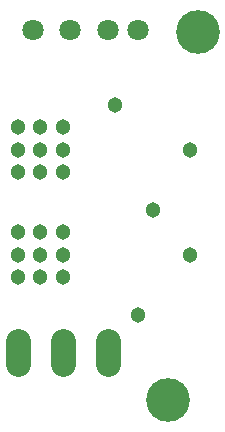
<source format=gbs>
G75*
%MOIN*%
%OFA0B0*%
%FSLAX25Y25*%
%IPPOS*%
%LPD*%
%AMOC8*
5,1,8,0,0,1.08239X$1,22.5*
%
%ADD10C,0.14580*%
%ADD11C,0.07099*%
%ADD12C,0.08300*%
%ADD13C,0.05131*%
D10*
X0164592Y0052323D03*
X0174592Y0174823D03*
D11*
X0154587Y0175679D03*
X0144587Y0175679D03*
X0132087Y0175679D03*
X0119587Y0175679D03*
D12*
X0114587Y0071929D02*
X0114587Y0064429D01*
X0129587Y0064429D02*
X0129587Y0071929D01*
X0144587Y0071929D02*
X0144587Y0064429D01*
D13*
X0154587Y0080679D03*
X0172087Y0100679D03*
X0159587Y0115679D03*
X0172087Y0135679D03*
X0147087Y0150679D03*
X0129587Y0143179D03*
X0129587Y0135679D03*
X0129587Y0128179D03*
X0122087Y0128179D03*
X0114587Y0128179D03*
X0114587Y0135679D03*
X0122087Y0135679D03*
X0122087Y0143179D03*
X0114587Y0143179D03*
X0114587Y0108179D03*
X0122087Y0108179D03*
X0129587Y0108179D03*
X0129587Y0100679D03*
X0129587Y0093179D03*
X0122087Y0093179D03*
X0122087Y0100679D03*
X0114587Y0100679D03*
X0114587Y0093179D03*
M02*

</source>
